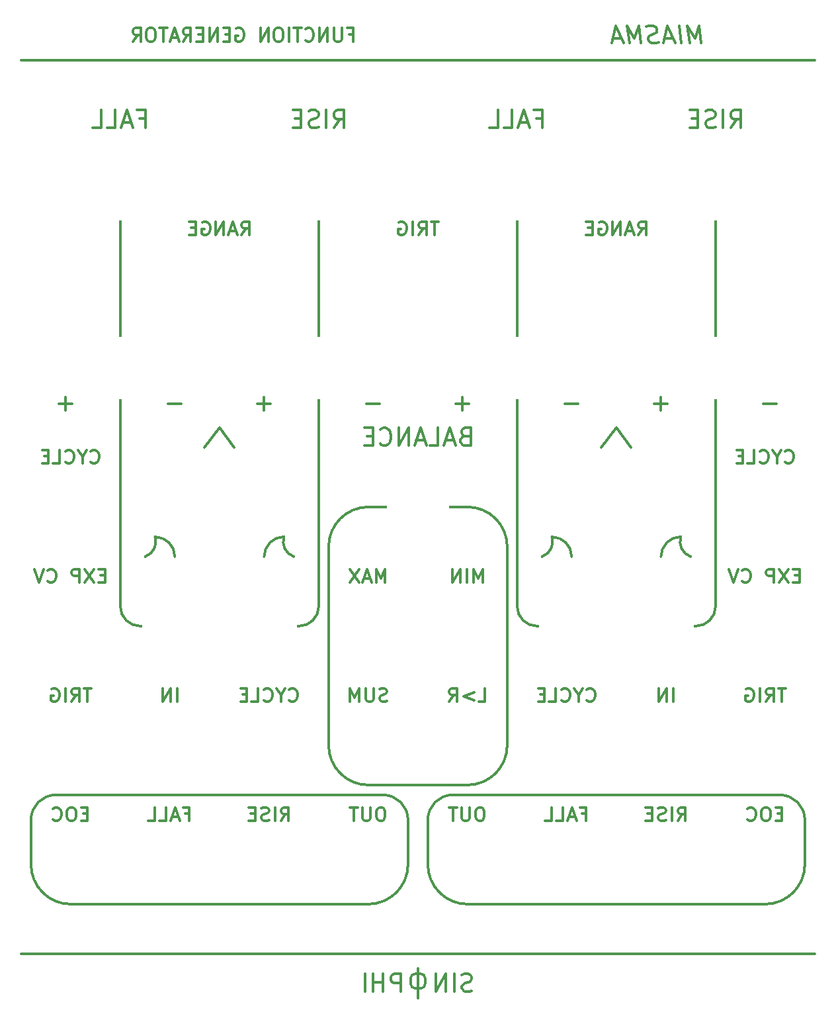
<source format=gbr>
G04 #@! TF.FileFunction,Legend,Bot*
%FSLAX46Y46*%
G04 Gerber Fmt 4.6, Leading zero omitted, Abs format (unit mm)*
G04 Created by KiCad (PCBNEW 4.0.1-stable) date 10/15/2018 9:36:44 PM*
%MOMM*%
G01*
G04 APERTURE LIST*
%ADD10C,0.100000*%
%ADD11C,0.300000*%
%ADD12C,4.175000*%
%ADD13C,7.350000*%
%ADD14C,8.012000*%
%ADD15C,4.210000*%
%ADD16C,7.096000*%
G04 APERTURE END LIST*
D10*
D11*
X106362500Y-198120000D02*
X106997500Y-198120000D01*
X107632500Y-199390000D02*
X107632500Y-198755000D01*
X105727500Y-199390000D02*
X105727500Y-198755000D01*
X106362500Y-200025000D02*
X106997500Y-200025000D01*
X106680000Y-197485000D02*
X106680000Y-201295000D01*
X106997500Y-200025000D02*
G75*
G03X107632500Y-199390000I0J635000D01*
G01*
X105727500Y-199390000D02*
G75*
G03X106362500Y-200025000I635000J0D01*
G01*
X106362500Y-198120000D02*
G75*
G03X105727500Y-198755000I0J-635000D01*
G01*
X107632500Y-198755000D02*
G75*
G03X106997500Y-198120000I-635000J0D01*
G01*
X57150000Y-184150000D02*
X57150000Y-178435000D01*
X105410000Y-184150000D02*
X105410000Y-178435000D01*
X60325000Y-175260000D02*
X102235000Y-175260000D01*
X60325000Y-175260000D02*
G75*
G03X57150000Y-178435000I0J-3175000D01*
G01*
X156210000Y-184150000D02*
X156210000Y-178435000D01*
X107950000Y-184150000D02*
X107950000Y-178435000D01*
X153035000Y-175260000D02*
X111125000Y-175260000D01*
X105410000Y-178435000D02*
G75*
G03X102235000Y-175260000I-3175000J0D01*
G01*
X111125000Y-175260000D02*
G75*
G03X107950000Y-178435000I0J-3175000D01*
G01*
X156210000Y-178435000D02*
G75*
G03X153035000Y-175260000I-3175000J0D01*
G01*
X113590715Y-200300714D02*
X113269286Y-200407857D01*
X112733572Y-200407857D01*
X112519286Y-200300714D01*
X112412143Y-200193571D01*
X112305000Y-199979286D01*
X112305000Y-199765000D01*
X112412143Y-199550714D01*
X112519286Y-199443571D01*
X112733572Y-199336429D01*
X113162143Y-199229286D01*
X113376429Y-199122143D01*
X113483572Y-199015000D01*
X113590715Y-198800714D01*
X113590715Y-198586429D01*
X113483572Y-198372143D01*
X113376429Y-198265000D01*
X113162143Y-198157857D01*
X112626429Y-198157857D01*
X112305000Y-198265000D01*
X111340715Y-200407857D02*
X111340715Y-198157857D01*
X110269286Y-200407857D02*
X110269286Y-198157857D01*
X108983571Y-200407857D01*
X108983571Y-198157857D01*
X104483571Y-200407857D02*
X104483571Y-198157857D01*
X103626428Y-198157857D01*
X103412142Y-198265000D01*
X103304999Y-198372143D01*
X103197856Y-198586429D01*
X103197856Y-198907857D01*
X103304999Y-199122143D01*
X103412142Y-199229286D01*
X103626428Y-199336429D01*
X104483571Y-199336429D01*
X102233571Y-200407857D02*
X102233571Y-198157857D01*
X102233571Y-199229286D02*
X100947856Y-199229286D01*
X100947856Y-200407857D02*
X100947856Y-198157857D01*
X99876428Y-200407857D02*
X99876428Y-198157857D01*
X55880000Y-81280000D02*
X157480000Y-81280000D01*
X55880000Y-195580000D02*
X157480000Y-195580000D01*
X138652143Y-125255714D02*
X136937857Y-125255714D01*
X137795000Y-126112857D02*
X137795000Y-124398571D01*
X113252143Y-125255714D02*
X111537857Y-125255714D01*
X112395000Y-126112857D02*
X112395000Y-124398571D01*
X62452143Y-125255714D02*
X60737857Y-125255714D01*
X61595000Y-126112857D02*
X61595000Y-124398571D01*
X76422143Y-125255714D02*
X74707857Y-125255714D01*
X152622143Y-125255714D02*
X150907857Y-125255714D01*
X127222143Y-125255714D02*
X125507857Y-125255714D01*
X87852143Y-125255714D02*
X86137857Y-125255714D01*
X86995000Y-126112857D02*
X86995000Y-124398571D01*
X101822143Y-125255714D02*
X100107857Y-125255714D01*
X122555000Y-144780000D02*
G75*
G03X123825000Y-142240000I-635000J1905000D01*
G01*
X126365000Y-144780000D02*
G75*
G03X123825000Y-142240000I-2540000J0D01*
G01*
X130175000Y-130810000D02*
X132080000Y-128270000D01*
X132080000Y-128270000D02*
X133985000Y-130810000D01*
X140335000Y-142240000D02*
G75*
G03X137795000Y-144780000I0J-2540000D01*
G01*
X140335000Y-142240000D02*
G75*
G03X141605000Y-144780000I1905000J-635000D01*
G01*
X89535000Y-142240000D02*
G75*
G03X90805000Y-144780000I1905000J-635000D01*
G01*
X89535000Y-142240000D02*
G75*
G03X86995000Y-144780000I0J-2540000D01*
G01*
X81280000Y-128270000D02*
X83185000Y-130810000D01*
X79375000Y-130810000D02*
X81280000Y-128270000D01*
X75565000Y-144780000D02*
G75*
G03X73025000Y-142240000I-2540000J0D01*
G01*
X71755000Y-144780000D02*
G75*
G03X73025000Y-142240000I-635000J1905000D01*
G01*
X142960893Y-79122857D02*
X142679643Y-76872857D01*
X142130536Y-78480000D01*
X141179643Y-76872857D01*
X141460893Y-79122857D01*
X140389464Y-79122857D02*
X140108214Y-76872857D01*
X139344821Y-78480000D02*
X138273392Y-78480000D01*
X139639463Y-79122857D02*
X138608213Y-76872857D01*
X138139463Y-79122857D01*
X137483214Y-79015714D02*
X137175178Y-79122857D01*
X136639464Y-79122857D01*
X136411785Y-79015714D01*
X136291249Y-78908571D01*
X136157321Y-78694286D01*
X136130535Y-78480000D01*
X136210892Y-78265714D01*
X136304642Y-78158571D01*
X136505536Y-78051429D01*
X136920714Y-77944286D01*
X137121607Y-77837143D01*
X137215357Y-77730000D01*
X137295714Y-77515714D01*
X137268929Y-77301429D01*
X137135000Y-77087143D01*
X137014464Y-76980000D01*
X136786785Y-76872857D01*
X136251071Y-76872857D01*
X135943035Y-76980000D01*
X135246607Y-79122857D02*
X134965357Y-76872857D01*
X134416250Y-78480000D01*
X133465357Y-76872857D01*
X133746607Y-79122857D01*
X132701964Y-78480000D02*
X131630535Y-78480000D01*
X132996606Y-79122857D02*
X131965356Y-76872857D01*
X131496606Y-79122857D01*
X97849996Y-77980000D02*
X98433329Y-77980000D01*
X98433329Y-78896667D02*
X98433329Y-77146667D01*
X97599996Y-77146667D01*
X96933329Y-77146667D02*
X96933329Y-78563333D01*
X96849996Y-78730000D01*
X96766663Y-78813333D01*
X96599996Y-78896667D01*
X96266663Y-78896667D01*
X96099996Y-78813333D01*
X96016663Y-78730000D01*
X95933329Y-78563333D01*
X95933329Y-77146667D01*
X95099996Y-78896667D02*
X95099996Y-77146667D01*
X94099996Y-78896667D01*
X94099996Y-77146667D01*
X92266663Y-78730000D02*
X92349997Y-78813333D01*
X92599997Y-78896667D01*
X92766663Y-78896667D01*
X93016663Y-78813333D01*
X93183330Y-78646667D01*
X93266663Y-78480000D01*
X93349997Y-78146667D01*
X93349997Y-77896667D01*
X93266663Y-77563333D01*
X93183330Y-77396667D01*
X93016663Y-77230000D01*
X92766663Y-77146667D01*
X92599997Y-77146667D01*
X92349997Y-77230000D01*
X92266663Y-77313333D01*
X91766663Y-77146667D02*
X90766663Y-77146667D01*
X91266663Y-78896667D02*
X91266663Y-77146667D01*
X90183330Y-78896667D02*
X90183330Y-77146667D01*
X89016664Y-77146667D02*
X88683331Y-77146667D01*
X88516664Y-77230000D01*
X88349997Y-77396667D01*
X88266664Y-77730000D01*
X88266664Y-78313333D01*
X88349997Y-78646667D01*
X88516664Y-78813333D01*
X88683331Y-78896667D01*
X89016664Y-78896667D01*
X89183331Y-78813333D01*
X89349997Y-78646667D01*
X89433331Y-78313333D01*
X89433331Y-77730000D01*
X89349997Y-77396667D01*
X89183331Y-77230000D01*
X89016664Y-77146667D01*
X87516664Y-78896667D02*
X87516664Y-77146667D01*
X86516664Y-78896667D01*
X86516664Y-77146667D01*
X83433332Y-77230000D02*
X83599998Y-77146667D01*
X83849998Y-77146667D01*
X84099998Y-77230000D01*
X84266665Y-77396667D01*
X84349998Y-77563333D01*
X84433332Y-77896667D01*
X84433332Y-78146667D01*
X84349998Y-78480000D01*
X84266665Y-78646667D01*
X84099998Y-78813333D01*
X83849998Y-78896667D01*
X83683332Y-78896667D01*
X83433332Y-78813333D01*
X83349998Y-78730000D01*
X83349998Y-78146667D01*
X83683332Y-78146667D01*
X82599998Y-77980000D02*
X82016665Y-77980000D01*
X81766665Y-78896667D02*
X82599998Y-78896667D01*
X82599998Y-77146667D01*
X81766665Y-77146667D01*
X81016665Y-78896667D02*
X81016665Y-77146667D01*
X80016665Y-78896667D01*
X80016665Y-77146667D01*
X79183332Y-77980000D02*
X78599999Y-77980000D01*
X78349999Y-78896667D02*
X79183332Y-78896667D01*
X79183332Y-77146667D01*
X78349999Y-77146667D01*
X76599999Y-78896667D02*
X77183333Y-78063333D01*
X77599999Y-78896667D02*
X77599999Y-77146667D01*
X76933333Y-77146667D01*
X76766666Y-77230000D01*
X76683333Y-77313333D01*
X76599999Y-77480000D01*
X76599999Y-77730000D01*
X76683333Y-77896667D01*
X76766666Y-77980000D01*
X76933333Y-78063333D01*
X77599999Y-78063333D01*
X75933333Y-78396667D02*
X75099999Y-78396667D01*
X76099999Y-78896667D02*
X75516666Y-77146667D01*
X74933333Y-78896667D01*
X74599999Y-77146667D02*
X73599999Y-77146667D01*
X74099999Y-78896667D02*
X74099999Y-77146667D01*
X72683333Y-77146667D02*
X72350000Y-77146667D01*
X72183333Y-77230000D01*
X72016666Y-77396667D01*
X71933333Y-77730000D01*
X71933333Y-78313333D01*
X72016666Y-78646667D01*
X72183333Y-78813333D01*
X72350000Y-78896667D01*
X72683333Y-78896667D01*
X72850000Y-78813333D01*
X73016666Y-78646667D01*
X73100000Y-78313333D01*
X73100000Y-77730000D01*
X73016666Y-77396667D01*
X72850000Y-77230000D01*
X72683333Y-77146667D01*
X70183333Y-78896667D02*
X70766667Y-78063333D01*
X71183333Y-78896667D02*
X71183333Y-77146667D01*
X70516667Y-77146667D01*
X70350000Y-77230000D01*
X70266667Y-77313333D01*
X70183333Y-77480000D01*
X70183333Y-77730000D01*
X70266667Y-77896667D01*
X70350000Y-77980000D01*
X70516667Y-78063333D01*
X71183333Y-78063333D01*
X112680000Y-129379286D02*
X112358571Y-129486429D01*
X112251428Y-129593571D01*
X112144285Y-129807857D01*
X112144285Y-130129286D01*
X112251428Y-130343571D01*
X112358571Y-130450714D01*
X112572857Y-130557857D01*
X113430000Y-130557857D01*
X113430000Y-128307857D01*
X112680000Y-128307857D01*
X112465714Y-128415000D01*
X112358571Y-128522143D01*
X112251428Y-128736429D01*
X112251428Y-128950714D01*
X112358571Y-129165000D01*
X112465714Y-129272143D01*
X112680000Y-129379286D01*
X113430000Y-129379286D01*
X111287143Y-129915000D02*
X110215714Y-129915000D01*
X111501428Y-130557857D02*
X110751428Y-128307857D01*
X110001428Y-130557857D01*
X108180000Y-130557857D02*
X109251429Y-130557857D01*
X109251429Y-128307857D01*
X107537143Y-129915000D02*
X106465714Y-129915000D01*
X107751428Y-130557857D02*
X107001428Y-128307857D01*
X106251428Y-130557857D01*
X105501429Y-130557857D02*
X105501429Y-128307857D01*
X104215714Y-130557857D01*
X104215714Y-128307857D01*
X101858571Y-130343571D02*
X101965714Y-130450714D01*
X102287143Y-130557857D01*
X102501429Y-130557857D01*
X102822857Y-130450714D01*
X103037143Y-130236429D01*
X103144286Y-130022143D01*
X103251429Y-129593571D01*
X103251429Y-129272143D01*
X103144286Y-128843571D01*
X103037143Y-128629286D01*
X102822857Y-128415000D01*
X102501429Y-128307857D01*
X102287143Y-128307857D01*
X101965714Y-128415000D01*
X101858571Y-128522143D01*
X100894286Y-129379286D02*
X100144286Y-129379286D01*
X99822857Y-130557857D02*
X100894286Y-130557857D01*
X100894286Y-128307857D01*
X99822857Y-128307857D01*
X146708571Y-89917857D02*
X147458571Y-88846429D01*
X147994286Y-89917857D02*
X147994286Y-87667857D01*
X147137143Y-87667857D01*
X146922857Y-87775000D01*
X146815714Y-87882143D01*
X146708571Y-88096429D01*
X146708571Y-88417857D01*
X146815714Y-88632143D01*
X146922857Y-88739286D01*
X147137143Y-88846429D01*
X147994286Y-88846429D01*
X145744286Y-89917857D02*
X145744286Y-87667857D01*
X144780000Y-89810714D02*
X144458571Y-89917857D01*
X143922857Y-89917857D01*
X143708571Y-89810714D01*
X143601428Y-89703571D01*
X143494285Y-89489286D01*
X143494285Y-89275000D01*
X143601428Y-89060714D01*
X143708571Y-88953571D01*
X143922857Y-88846429D01*
X144351428Y-88739286D01*
X144565714Y-88632143D01*
X144672857Y-88525000D01*
X144780000Y-88310714D01*
X144780000Y-88096429D01*
X144672857Y-87882143D01*
X144565714Y-87775000D01*
X144351428Y-87667857D01*
X143815714Y-87667857D01*
X143494285Y-87775000D01*
X142530000Y-88739286D02*
X141780000Y-88739286D01*
X141458571Y-89917857D02*
X142530000Y-89917857D01*
X142530000Y-87667857D01*
X141458571Y-87667857D01*
X121844286Y-88739286D02*
X122594286Y-88739286D01*
X122594286Y-89917857D02*
X122594286Y-87667857D01*
X121522857Y-87667857D01*
X120772858Y-89275000D02*
X119701429Y-89275000D01*
X120987143Y-89917857D02*
X120237143Y-87667857D01*
X119487143Y-89917857D01*
X117665715Y-89917857D02*
X118737144Y-89917857D01*
X118737144Y-87667857D01*
X115844286Y-89917857D02*
X116915715Y-89917857D01*
X116915715Y-87667857D01*
X71044286Y-88739286D02*
X71794286Y-88739286D01*
X71794286Y-89917857D02*
X71794286Y-87667857D01*
X70722857Y-87667857D01*
X69972858Y-89275000D02*
X68901429Y-89275000D01*
X70187143Y-89917857D02*
X69437143Y-87667857D01*
X68687143Y-89917857D01*
X66865715Y-89917857D02*
X67937144Y-89917857D01*
X67937144Y-87667857D01*
X65044286Y-89917857D02*
X66115715Y-89917857D01*
X66115715Y-87667857D01*
X95908571Y-89917857D02*
X96658571Y-88846429D01*
X97194286Y-89917857D02*
X97194286Y-87667857D01*
X96337143Y-87667857D01*
X96122857Y-87775000D01*
X96015714Y-87882143D01*
X95908571Y-88096429D01*
X95908571Y-88417857D01*
X96015714Y-88632143D01*
X96122857Y-88739286D01*
X96337143Y-88846429D01*
X97194286Y-88846429D01*
X94944286Y-89917857D02*
X94944286Y-87667857D01*
X93980000Y-89810714D02*
X93658571Y-89917857D01*
X93122857Y-89917857D01*
X92908571Y-89810714D01*
X92801428Y-89703571D01*
X92694285Y-89489286D01*
X92694285Y-89275000D01*
X92801428Y-89060714D01*
X92908571Y-88953571D01*
X93122857Y-88846429D01*
X93551428Y-88739286D01*
X93765714Y-88632143D01*
X93872857Y-88525000D01*
X93980000Y-88310714D01*
X93980000Y-88096429D01*
X93872857Y-87882143D01*
X93765714Y-87775000D01*
X93551428Y-87667857D01*
X93015714Y-87667857D01*
X92694285Y-87775000D01*
X91730000Y-88739286D02*
X90980000Y-88739286D01*
X90658571Y-89917857D02*
X91730000Y-89917857D01*
X91730000Y-87667857D01*
X90658571Y-87667857D01*
X95250000Y-168910000D02*
X95250000Y-143510000D01*
X118110000Y-143510000D02*
X118110000Y-168910000D01*
X102870000Y-138430000D02*
X100330000Y-138430000D01*
X110490000Y-138430000D02*
X113030000Y-138430000D01*
X118110000Y-143510000D02*
G75*
G03X113030000Y-138430000I-5080000J0D01*
G01*
X100330000Y-138430000D02*
G75*
G03X95250000Y-143510000I0J-5080000D01*
G01*
X134871666Y-103661667D02*
X135455000Y-102828333D01*
X135871666Y-103661667D02*
X135871666Y-101911667D01*
X135205000Y-101911667D01*
X135038333Y-101995000D01*
X134955000Y-102078333D01*
X134871666Y-102245000D01*
X134871666Y-102495000D01*
X134955000Y-102661667D01*
X135038333Y-102745000D01*
X135205000Y-102828333D01*
X135871666Y-102828333D01*
X134205000Y-103161667D02*
X133371666Y-103161667D01*
X134371666Y-103661667D02*
X133788333Y-101911667D01*
X133205000Y-103661667D01*
X132621666Y-103661667D02*
X132621666Y-101911667D01*
X131621666Y-103661667D01*
X131621666Y-101911667D01*
X129871667Y-101995000D02*
X130038333Y-101911667D01*
X130288333Y-101911667D01*
X130538333Y-101995000D01*
X130705000Y-102161667D01*
X130788333Y-102328333D01*
X130871667Y-102661667D01*
X130871667Y-102911667D01*
X130788333Y-103245000D01*
X130705000Y-103411667D01*
X130538333Y-103578333D01*
X130288333Y-103661667D01*
X130121667Y-103661667D01*
X129871667Y-103578333D01*
X129788333Y-103495000D01*
X129788333Y-102911667D01*
X130121667Y-102911667D01*
X129038333Y-102745000D02*
X128455000Y-102745000D01*
X128205000Y-103661667D02*
X129038333Y-103661667D01*
X129038333Y-101911667D01*
X128205000Y-101911667D01*
X84071666Y-103661667D02*
X84655000Y-102828333D01*
X85071666Y-103661667D02*
X85071666Y-101911667D01*
X84405000Y-101911667D01*
X84238333Y-101995000D01*
X84155000Y-102078333D01*
X84071666Y-102245000D01*
X84071666Y-102495000D01*
X84155000Y-102661667D01*
X84238333Y-102745000D01*
X84405000Y-102828333D01*
X85071666Y-102828333D01*
X83405000Y-103161667D02*
X82571666Y-103161667D01*
X83571666Y-103661667D02*
X82988333Y-101911667D01*
X82405000Y-103661667D01*
X81821666Y-103661667D02*
X81821666Y-101911667D01*
X80821666Y-103661667D01*
X80821666Y-101911667D01*
X79071667Y-101995000D02*
X79238333Y-101911667D01*
X79488333Y-101911667D01*
X79738333Y-101995000D01*
X79905000Y-102161667D01*
X79988333Y-102328333D01*
X80071667Y-102661667D01*
X80071667Y-102911667D01*
X79988333Y-103245000D01*
X79905000Y-103411667D01*
X79738333Y-103578333D01*
X79488333Y-103661667D01*
X79321667Y-103661667D01*
X79071667Y-103578333D01*
X78988333Y-103495000D01*
X78988333Y-102911667D01*
X79321667Y-102911667D01*
X78238333Y-102745000D02*
X77655000Y-102745000D01*
X77405000Y-103661667D02*
X78238333Y-103661667D01*
X78238333Y-101911667D01*
X77405000Y-101911667D01*
X109346666Y-101911667D02*
X108346666Y-101911667D01*
X108846666Y-103661667D02*
X108846666Y-101911667D01*
X106763333Y-103661667D02*
X107346667Y-102828333D01*
X107763333Y-103661667D02*
X107763333Y-101911667D01*
X107096667Y-101911667D01*
X106930000Y-101995000D01*
X106846667Y-102078333D01*
X106763333Y-102245000D01*
X106763333Y-102495000D01*
X106846667Y-102661667D01*
X106930000Y-102745000D01*
X107096667Y-102828333D01*
X107763333Y-102828333D01*
X106013333Y-103661667D02*
X106013333Y-101911667D01*
X104263334Y-101995000D02*
X104430000Y-101911667D01*
X104680000Y-101911667D01*
X104930000Y-101995000D01*
X105096667Y-102161667D01*
X105180000Y-102328333D01*
X105263334Y-102661667D01*
X105263334Y-102911667D01*
X105180000Y-103245000D01*
X105096667Y-103411667D01*
X104930000Y-103578333D01*
X104680000Y-103661667D01*
X104513334Y-103661667D01*
X104263334Y-103578333D01*
X104180000Y-103495000D01*
X104180000Y-102911667D01*
X104513334Y-102911667D01*
X153713333Y-132705000D02*
X153796667Y-132788333D01*
X154046667Y-132871667D01*
X154213333Y-132871667D01*
X154463333Y-132788333D01*
X154630000Y-132621667D01*
X154713333Y-132455000D01*
X154796667Y-132121667D01*
X154796667Y-131871667D01*
X154713333Y-131538333D01*
X154630000Y-131371667D01*
X154463333Y-131205000D01*
X154213333Y-131121667D01*
X154046667Y-131121667D01*
X153796667Y-131205000D01*
X153713333Y-131288333D01*
X152630000Y-132038333D02*
X152630000Y-132871667D01*
X153213333Y-131121667D02*
X152630000Y-132038333D01*
X152046667Y-131121667D01*
X150463333Y-132705000D02*
X150546667Y-132788333D01*
X150796667Y-132871667D01*
X150963333Y-132871667D01*
X151213333Y-132788333D01*
X151380000Y-132621667D01*
X151463333Y-132455000D01*
X151546667Y-132121667D01*
X151546667Y-131871667D01*
X151463333Y-131538333D01*
X151380000Y-131371667D01*
X151213333Y-131205000D01*
X150963333Y-131121667D01*
X150796667Y-131121667D01*
X150546667Y-131205000D01*
X150463333Y-131288333D01*
X148880000Y-132871667D02*
X149713333Y-132871667D01*
X149713333Y-131121667D01*
X148296666Y-131955000D02*
X147713333Y-131955000D01*
X147463333Y-132871667D02*
X148296666Y-132871667D01*
X148296666Y-131121667D01*
X147463333Y-131121667D01*
X64813333Y-132705000D02*
X64896667Y-132788333D01*
X65146667Y-132871667D01*
X65313333Y-132871667D01*
X65563333Y-132788333D01*
X65730000Y-132621667D01*
X65813333Y-132455000D01*
X65896667Y-132121667D01*
X65896667Y-131871667D01*
X65813333Y-131538333D01*
X65730000Y-131371667D01*
X65563333Y-131205000D01*
X65313333Y-131121667D01*
X65146667Y-131121667D01*
X64896667Y-131205000D01*
X64813333Y-131288333D01*
X63730000Y-132038333D02*
X63730000Y-132871667D01*
X64313333Y-131121667D02*
X63730000Y-132038333D01*
X63146667Y-131121667D01*
X61563333Y-132705000D02*
X61646667Y-132788333D01*
X61896667Y-132871667D01*
X62063333Y-132871667D01*
X62313333Y-132788333D01*
X62480000Y-132621667D01*
X62563333Y-132455000D01*
X62646667Y-132121667D01*
X62646667Y-131871667D01*
X62563333Y-131538333D01*
X62480000Y-131371667D01*
X62313333Y-131205000D01*
X62063333Y-131121667D01*
X61896667Y-131121667D01*
X61646667Y-131205000D01*
X61563333Y-131288333D01*
X59980000Y-132871667D02*
X60813333Y-132871667D01*
X60813333Y-131121667D01*
X59396666Y-131955000D02*
X58813333Y-131955000D01*
X58563333Y-132871667D02*
X59396666Y-132871667D01*
X59396666Y-131121667D01*
X58563333Y-131121667D01*
X155504999Y-147195000D02*
X154921666Y-147195000D01*
X154671666Y-148111667D02*
X155504999Y-148111667D01*
X155504999Y-146361667D01*
X154671666Y-146361667D01*
X154088333Y-146361667D02*
X152921666Y-148111667D01*
X152921666Y-146361667D02*
X154088333Y-148111667D01*
X152254999Y-148111667D02*
X152254999Y-146361667D01*
X151588333Y-146361667D01*
X151421666Y-146445000D01*
X151338333Y-146528333D01*
X151254999Y-146695000D01*
X151254999Y-146945000D01*
X151338333Y-147111667D01*
X151421666Y-147195000D01*
X151588333Y-147278333D01*
X152254999Y-147278333D01*
X148171666Y-147945000D02*
X148255000Y-148028333D01*
X148505000Y-148111667D01*
X148671666Y-148111667D01*
X148921666Y-148028333D01*
X149088333Y-147861667D01*
X149171666Y-147695000D01*
X149255000Y-147361667D01*
X149255000Y-147111667D01*
X149171666Y-146778333D01*
X149088333Y-146611667D01*
X148921666Y-146445000D01*
X148671666Y-146361667D01*
X148505000Y-146361667D01*
X148255000Y-146445000D01*
X148171666Y-146528333D01*
X147671666Y-146361667D02*
X147088333Y-148111667D01*
X146505000Y-146361667D01*
X66604999Y-147195000D02*
X66021666Y-147195000D01*
X65771666Y-148111667D02*
X66604999Y-148111667D01*
X66604999Y-146361667D01*
X65771666Y-146361667D01*
X65188333Y-146361667D02*
X64021666Y-148111667D01*
X64021666Y-146361667D02*
X65188333Y-148111667D01*
X63354999Y-148111667D02*
X63354999Y-146361667D01*
X62688333Y-146361667D01*
X62521666Y-146445000D01*
X62438333Y-146528333D01*
X62354999Y-146695000D01*
X62354999Y-146945000D01*
X62438333Y-147111667D01*
X62521666Y-147195000D01*
X62688333Y-147278333D01*
X63354999Y-147278333D01*
X59271666Y-147945000D02*
X59355000Y-148028333D01*
X59605000Y-148111667D01*
X59771666Y-148111667D01*
X60021666Y-148028333D01*
X60188333Y-147861667D01*
X60271666Y-147695000D01*
X60355000Y-147361667D01*
X60355000Y-147111667D01*
X60271666Y-146778333D01*
X60188333Y-146611667D01*
X60021666Y-146445000D01*
X59771666Y-146361667D01*
X59605000Y-146361667D01*
X59355000Y-146445000D01*
X59271666Y-146528333D01*
X58771666Y-146361667D02*
X58188333Y-148111667D01*
X57605000Y-146361667D01*
X153796666Y-161601667D02*
X152796666Y-161601667D01*
X153296666Y-163351667D02*
X153296666Y-161601667D01*
X151213333Y-163351667D02*
X151796667Y-162518333D01*
X152213333Y-163351667D02*
X152213333Y-161601667D01*
X151546667Y-161601667D01*
X151380000Y-161685000D01*
X151296667Y-161768333D01*
X151213333Y-161935000D01*
X151213333Y-162185000D01*
X151296667Y-162351667D01*
X151380000Y-162435000D01*
X151546667Y-162518333D01*
X152213333Y-162518333D01*
X150463333Y-163351667D02*
X150463333Y-161601667D01*
X148713334Y-161685000D02*
X148880000Y-161601667D01*
X149130000Y-161601667D01*
X149380000Y-161685000D01*
X149546667Y-161851667D01*
X149630000Y-162018333D01*
X149713334Y-162351667D01*
X149713334Y-162601667D01*
X149630000Y-162935000D01*
X149546667Y-163101667D01*
X149380000Y-163268333D01*
X149130000Y-163351667D01*
X148963334Y-163351667D01*
X148713334Y-163268333D01*
X148630000Y-163185000D01*
X148630000Y-162601667D01*
X148963334Y-162601667D01*
X139346666Y-163351667D02*
X139346666Y-161601667D01*
X138513333Y-163351667D02*
X138513333Y-161601667D01*
X137513333Y-163351667D01*
X137513333Y-161601667D01*
X128313333Y-163185000D02*
X128396667Y-163268333D01*
X128646667Y-163351667D01*
X128813333Y-163351667D01*
X129063333Y-163268333D01*
X129230000Y-163101667D01*
X129313333Y-162935000D01*
X129396667Y-162601667D01*
X129396667Y-162351667D01*
X129313333Y-162018333D01*
X129230000Y-161851667D01*
X129063333Y-161685000D01*
X128813333Y-161601667D01*
X128646667Y-161601667D01*
X128396667Y-161685000D01*
X128313333Y-161768333D01*
X127230000Y-162518333D02*
X127230000Y-163351667D01*
X127813333Y-161601667D02*
X127230000Y-162518333D01*
X126646667Y-161601667D01*
X125063333Y-163185000D02*
X125146667Y-163268333D01*
X125396667Y-163351667D01*
X125563333Y-163351667D01*
X125813333Y-163268333D01*
X125980000Y-163101667D01*
X126063333Y-162935000D01*
X126146667Y-162601667D01*
X126146667Y-162351667D01*
X126063333Y-162018333D01*
X125980000Y-161851667D01*
X125813333Y-161685000D01*
X125563333Y-161601667D01*
X125396667Y-161601667D01*
X125146667Y-161685000D01*
X125063333Y-161768333D01*
X123480000Y-163351667D02*
X124313333Y-163351667D01*
X124313333Y-161601667D01*
X122896666Y-162435000D02*
X122313333Y-162435000D01*
X122063333Y-163351667D02*
X122896666Y-163351667D01*
X122896666Y-161601667D01*
X122063333Y-161601667D01*
X64896666Y-161601667D02*
X63896666Y-161601667D01*
X64396666Y-163351667D02*
X64396666Y-161601667D01*
X62313333Y-163351667D02*
X62896667Y-162518333D01*
X63313333Y-163351667D02*
X63313333Y-161601667D01*
X62646667Y-161601667D01*
X62480000Y-161685000D01*
X62396667Y-161768333D01*
X62313333Y-161935000D01*
X62313333Y-162185000D01*
X62396667Y-162351667D01*
X62480000Y-162435000D01*
X62646667Y-162518333D01*
X63313333Y-162518333D01*
X61563333Y-163351667D02*
X61563333Y-161601667D01*
X59813334Y-161685000D02*
X59980000Y-161601667D01*
X60230000Y-161601667D01*
X60480000Y-161685000D01*
X60646667Y-161851667D01*
X60730000Y-162018333D01*
X60813334Y-162351667D01*
X60813334Y-162601667D01*
X60730000Y-162935000D01*
X60646667Y-163101667D01*
X60480000Y-163268333D01*
X60230000Y-163351667D01*
X60063334Y-163351667D01*
X59813334Y-163268333D01*
X59730000Y-163185000D01*
X59730000Y-162601667D01*
X60063334Y-162601667D01*
X75846666Y-163351667D02*
X75846666Y-161601667D01*
X75013333Y-163351667D02*
X75013333Y-161601667D01*
X74013333Y-163351667D01*
X74013333Y-161601667D01*
X90213333Y-163185000D02*
X90296667Y-163268333D01*
X90546667Y-163351667D01*
X90713333Y-163351667D01*
X90963333Y-163268333D01*
X91130000Y-163101667D01*
X91213333Y-162935000D01*
X91296667Y-162601667D01*
X91296667Y-162351667D01*
X91213333Y-162018333D01*
X91130000Y-161851667D01*
X90963333Y-161685000D01*
X90713333Y-161601667D01*
X90546667Y-161601667D01*
X90296667Y-161685000D01*
X90213333Y-161768333D01*
X89130000Y-162518333D02*
X89130000Y-163351667D01*
X89713333Y-161601667D02*
X89130000Y-162518333D01*
X88546667Y-161601667D01*
X86963333Y-163185000D02*
X87046667Y-163268333D01*
X87296667Y-163351667D01*
X87463333Y-163351667D01*
X87713333Y-163268333D01*
X87880000Y-163101667D01*
X87963333Y-162935000D01*
X88046667Y-162601667D01*
X88046667Y-162351667D01*
X87963333Y-162018333D01*
X87880000Y-161851667D01*
X87713333Y-161685000D01*
X87463333Y-161601667D01*
X87296667Y-161601667D01*
X87046667Y-161685000D01*
X86963333Y-161768333D01*
X85380000Y-163351667D02*
X86213333Y-163351667D01*
X86213333Y-161601667D01*
X84796666Y-162435000D02*
X84213333Y-162435000D01*
X83963333Y-163351667D02*
X84796666Y-163351667D01*
X84796666Y-161601667D01*
X83963333Y-161601667D01*
X114446667Y-163351667D02*
X115280000Y-163351667D01*
X115280000Y-161601667D01*
X113863333Y-162185000D02*
X112530000Y-162685000D01*
X113863333Y-163185000D01*
X110696666Y-163351667D02*
X111280000Y-162518333D01*
X111696666Y-163351667D02*
X111696666Y-161601667D01*
X111030000Y-161601667D01*
X110863333Y-161685000D01*
X110780000Y-161768333D01*
X110696666Y-161935000D01*
X110696666Y-162185000D01*
X110780000Y-162351667D01*
X110863333Y-162435000D01*
X111030000Y-162518333D01*
X111696666Y-162518333D01*
X102746667Y-163268333D02*
X102496667Y-163351667D01*
X102080000Y-163351667D01*
X101913333Y-163268333D01*
X101830000Y-163185000D01*
X101746667Y-163018333D01*
X101746667Y-162851667D01*
X101830000Y-162685000D01*
X101913333Y-162601667D01*
X102080000Y-162518333D01*
X102413333Y-162435000D01*
X102580000Y-162351667D01*
X102663333Y-162268333D01*
X102746667Y-162101667D01*
X102746667Y-161935000D01*
X102663333Y-161768333D01*
X102580000Y-161685000D01*
X102413333Y-161601667D01*
X101996667Y-161601667D01*
X101746667Y-161685000D01*
X100996666Y-161601667D02*
X100996666Y-163018333D01*
X100913333Y-163185000D01*
X100830000Y-163268333D01*
X100663333Y-163351667D01*
X100330000Y-163351667D01*
X100163333Y-163268333D01*
X100080000Y-163185000D01*
X99996666Y-163018333D01*
X99996666Y-161601667D01*
X99163333Y-163351667D02*
X99163333Y-161601667D01*
X98580000Y-162851667D01*
X97996667Y-161601667D01*
X97996667Y-163351667D01*
X114946666Y-148111667D02*
X114946666Y-146361667D01*
X114363333Y-147611667D01*
X113780000Y-146361667D01*
X113780000Y-148111667D01*
X112946666Y-148111667D02*
X112946666Y-146361667D01*
X112113333Y-148111667D02*
X112113333Y-146361667D01*
X111113333Y-148111667D01*
X111113333Y-146361667D01*
X102496666Y-148111667D02*
X102496666Y-146361667D01*
X101913333Y-147611667D01*
X101330000Y-146361667D01*
X101330000Y-148111667D01*
X100580000Y-147611667D02*
X99746666Y-147611667D01*
X100746666Y-148111667D02*
X100163333Y-146361667D01*
X99580000Y-148111667D01*
X99163333Y-146361667D02*
X97996666Y-148111667D01*
X97996666Y-146361667D02*
X99163333Y-148111667D01*
X100330000Y-189230000D02*
X62230000Y-189230000D01*
X151130000Y-189230000D02*
X113030000Y-189230000D01*
X107950000Y-184150000D02*
G75*
G03X113030000Y-189230000I5080000J0D01*
G01*
X100330000Y-189230000D02*
G75*
G03X105410000Y-184150000I0J5080000D01*
G01*
X151130000Y-189230000D02*
G75*
G03X156210000Y-184150000I0J5080000D01*
G01*
X57150000Y-184150000D02*
G75*
G03X62230000Y-189230000I5080000J0D01*
G01*
X64396666Y-177675000D02*
X63813333Y-177675000D01*
X63563333Y-178591667D02*
X64396666Y-178591667D01*
X64396666Y-176841667D01*
X63563333Y-176841667D01*
X62480000Y-176841667D02*
X62146667Y-176841667D01*
X61980000Y-176925000D01*
X61813333Y-177091667D01*
X61730000Y-177425000D01*
X61730000Y-178008333D01*
X61813333Y-178341667D01*
X61980000Y-178508333D01*
X62146667Y-178591667D01*
X62480000Y-178591667D01*
X62646667Y-178508333D01*
X62813333Y-178341667D01*
X62896667Y-178008333D01*
X62896667Y-177425000D01*
X62813333Y-177091667D01*
X62646667Y-176925000D01*
X62480000Y-176841667D01*
X59980000Y-178425000D02*
X60063334Y-178508333D01*
X60313334Y-178591667D01*
X60480000Y-178591667D01*
X60730000Y-178508333D01*
X60896667Y-178341667D01*
X60980000Y-178175000D01*
X61063334Y-177841667D01*
X61063334Y-177591667D01*
X60980000Y-177258333D01*
X60896667Y-177091667D01*
X60730000Y-176925000D01*
X60480000Y-176841667D01*
X60313334Y-176841667D01*
X60063334Y-176925000D01*
X59980000Y-177008333D01*
X153296666Y-177675000D02*
X152713333Y-177675000D01*
X152463333Y-178591667D02*
X153296666Y-178591667D01*
X153296666Y-176841667D01*
X152463333Y-176841667D01*
X151380000Y-176841667D02*
X151046667Y-176841667D01*
X150880000Y-176925000D01*
X150713333Y-177091667D01*
X150630000Y-177425000D01*
X150630000Y-178008333D01*
X150713333Y-178341667D01*
X150880000Y-178508333D01*
X151046667Y-178591667D01*
X151380000Y-178591667D01*
X151546667Y-178508333D01*
X151713333Y-178341667D01*
X151796667Y-178008333D01*
X151796667Y-177425000D01*
X151713333Y-177091667D01*
X151546667Y-176925000D01*
X151380000Y-176841667D01*
X148880000Y-178425000D02*
X148963334Y-178508333D01*
X149213334Y-178591667D01*
X149380000Y-178591667D01*
X149630000Y-178508333D01*
X149796667Y-178341667D01*
X149880000Y-178175000D01*
X149963334Y-177841667D01*
X149963334Y-177591667D01*
X149880000Y-177258333D01*
X149796667Y-177091667D01*
X149630000Y-176925000D01*
X149380000Y-176841667D01*
X149213334Y-176841667D01*
X148963334Y-176925000D01*
X148880000Y-177008333D01*
X127646667Y-177675000D02*
X128230000Y-177675000D01*
X128230000Y-178591667D02*
X128230000Y-176841667D01*
X127396667Y-176841667D01*
X126813334Y-178091667D02*
X125980000Y-178091667D01*
X126980000Y-178591667D02*
X126396667Y-176841667D01*
X125813334Y-178591667D01*
X124396667Y-178591667D02*
X125230000Y-178591667D01*
X125230000Y-176841667D01*
X122980000Y-178591667D02*
X123813333Y-178591667D01*
X123813333Y-176841667D01*
X89129999Y-178591667D02*
X89713333Y-177758333D01*
X90129999Y-178591667D02*
X90129999Y-176841667D01*
X89463333Y-176841667D01*
X89296666Y-176925000D01*
X89213333Y-177008333D01*
X89129999Y-177175000D01*
X89129999Y-177425000D01*
X89213333Y-177591667D01*
X89296666Y-177675000D01*
X89463333Y-177758333D01*
X90129999Y-177758333D01*
X88379999Y-178591667D02*
X88379999Y-176841667D01*
X87630000Y-178508333D02*
X87380000Y-178591667D01*
X86963333Y-178591667D01*
X86796666Y-178508333D01*
X86713333Y-178425000D01*
X86630000Y-178258333D01*
X86630000Y-178091667D01*
X86713333Y-177925000D01*
X86796666Y-177841667D01*
X86963333Y-177758333D01*
X87296666Y-177675000D01*
X87463333Y-177591667D01*
X87546666Y-177508333D01*
X87630000Y-177341667D01*
X87630000Y-177175000D01*
X87546666Y-177008333D01*
X87463333Y-176925000D01*
X87296666Y-176841667D01*
X86880000Y-176841667D01*
X86630000Y-176925000D01*
X85879999Y-177675000D02*
X85296666Y-177675000D01*
X85046666Y-178591667D02*
X85879999Y-178591667D01*
X85879999Y-176841667D01*
X85046666Y-176841667D01*
X139929999Y-178591667D02*
X140513333Y-177758333D01*
X140929999Y-178591667D02*
X140929999Y-176841667D01*
X140263333Y-176841667D01*
X140096666Y-176925000D01*
X140013333Y-177008333D01*
X139929999Y-177175000D01*
X139929999Y-177425000D01*
X140013333Y-177591667D01*
X140096666Y-177675000D01*
X140263333Y-177758333D01*
X140929999Y-177758333D01*
X139179999Y-178591667D02*
X139179999Y-176841667D01*
X138430000Y-178508333D02*
X138180000Y-178591667D01*
X137763333Y-178591667D01*
X137596666Y-178508333D01*
X137513333Y-178425000D01*
X137430000Y-178258333D01*
X137430000Y-178091667D01*
X137513333Y-177925000D01*
X137596666Y-177841667D01*
X137763333Y-177758333D01*
X138096666Y-177675000D01*
X138263333Y-177591667D01*
X138346666Y-177508333D01*
X138430000Y-177341667D01*
X138430000Y-177175000D01*
X138346666Y-177008333D01*
X138263333Y-176925000D01*
X138096666Y-176841667D01*
X137680000Y-176841667D01*
X137430000Y-176925000D01*
X136679999Y-177675000D02*
X136096666Y-177675000D01*
X135846666Y-178591667D02*
X136679999Y-178591667D01*
X136679999Y-176841667D01*
X135846666Y-176841667D01*
X76846667Y-177675000D02*
X77430000Y-177675000D01*
X77430000Y-178591667D02*
X77430000Y-176841667D01*
X76596667Y-176841667D01*
X76013334Y-178091667D02*
X75180000Y-178091667D01*
X76180000Y-178591667D02*
X75596667Y-176841667D01*
X75013334Y-178591667D01*
X73596667Y-178591667D02*
X74430000Y-178591667D01*
X74430000Y-176841667D01*
X72180000Y-178591667D02*
X73013333Y-178591667D01*
X73013333Y-176841667D01*
X102079999Y-176841667D02*
X101746666Y-176841667D01*
X101579999Y-176925000D01*
X101413332Y-177091667D01*
X101329999Y-177425000D01*
X101329999Y-178008333D01*
X101413332Y-178341667D01*
X101579999Y-178508333D01*
X101746666Y-178591667D01*
X102079999Y-178591667D01*
X102246666Y-178508333D01*
X102413332Y-178341667D01*
X102496666Y-178008333D01*
X102496666Y-177425000D01*
X102413332Y-177091667D01*
X102246666Y-176925000D01*
X102079999Y-176841667D01*
X100579999Y-176841667D02*
X100579999Y-178258333D01*
X100496666Y-178425000D01*
X100413333Y-178508333D01*
X100246666Y-178591667D01*
X99913333Y-178591667D01*
X99746666Y-178508333D01*
X99663333Y-178425000D01*
X99579999Y-178258333D01*
X99579999Y-176841667D01*
X98996666Y-176841667D02*
X97996666Y-176841667D01*
X98496666Y-178591667D02*
X98496666Y-176841667D01*
X114779999Y-176841667D02*
X114446666Y-176841667D01*
X114279999Y-176925000D01*
X114113332Y-177091667D01*
X114029999Y-177425000D01*
X114029999Y-178008333D01*
X114113332Y-178341667D01*
X114279999Y-178508333D01*
X114446666Y-178591667D01*
X114779999Y-178591667D01*
X114946666Y-178508333D01*
X115113332Y-178341667D01*
X115196666Y-178008333D01*
X115196666Y-177425000D01*
X115113332Y-177091667D01*
X114946666Y-176925000D01*
X114779999Y-176841667D01*
X113279999Y-176841667D02*
X113279999Y-178258333D01*
X113196666Y-178425000D01*
X113113333Y-178508333D01*
X112946666Y-178591667D01*
X112613333Y-178591667D01*
X112446666Y-178508333D01*
X112363333Y-178425000D01*
X112279999Y-178258333D01*
X112279999Y-176841667D01*
X111696666Y-176841667D02*
X110696666Y-176841667D01*
X111196666Y-178591667D02*
X111196666Y-176841667D01*
X100330000Y-173990000D02*
X113030000Y-173990000D01*
X113030000Y-173990000D02*
G75*
G03X118110000Y-168910000I0J5080000D01*
G01*
X95250000Y-168910000D02*
G75*
G03X100330000Y-173990000I5080000J0D01*
G01*
X68580000Y-151130000D02*
G75*
G03X71120000Y-153670000I2540000J0D01*
G01*
X91440000Y-153670000D02*
G75*
G03X93980000Y-151130000I0J2540000D01*
G01*
X93980000Y-124460000D02*
X93980000Y-151130000D01*
X90805000Y-153670000D02*
X91440000Y-153670000D01*
X71755000Y-153670000D02*
X71120000Y-153670000D01*
X68580000Y-124460000D02*
X68580000Y-151130000D01*
X68580000Y-116840000D02*
X68580000Y-101600000D01*
X93980000Y-116840000D02*
X93980000Y-101600000D01*
X144780000Y-116840000D02*
X144780000Y-101600000D01*
X119380000Y-116840000D02*
X119380000Y-101600000D01*
X142240000Y-153670000D02*
G75*
G03X144780000Y-151130000I0J2540000D01*
G01*
X144780000Y-124460000D02*
X144780000Y-151130000D01*
X141605000Y-153670000D02*
X142240000Y-153670000D01*
X121920000Y-153670000D02*
X122555000Y-153670000D01*
X119380000Y-151130000D02*
G75*
G03X121920000Y-153670000I2540000J0D01*
G01*
X119380000Y-124460000D02*
X119380000Y-151130000D01*
%LPC*%
D12*
X134620000Y-92710000D03*
X129540000Y-92710000D03*
X83820000Y-92710000D03*
D13*
X81280000Y-109220000D03*
X106680000Y-109220000D03*
X132080000Y-109220000D03*
X151130000Y-138430000D03*
D14*
X132080000Y-138430000D03*
X144780000Y-120650000D03*
X119380000Y-120650000D03*
X93980000Y-120650000D03*
X68580000Y-120650000D03*
X144780000Y-97790000D03*
X119380000Y-97790000D03*
X93980000Y-97790000D03*
X68580000Y-97790000D03*
X81280000Y-138430000D03*
D15*
X63500000Y-199644000D03*
X149860000Y-199644000D03*
X149860000Y-77216000D03*
D16*
X151130000Y-184150000D03*
X138430000Y-184150000D03*
X125730000Y-184150000D03*
X113030000Y-184150000D03*
X100330000Y-184150000D03*
X87630000Y-184150000D03*
X74930000Y-184150000D03*
X62230000Y-184150000D03*
X151130000Y-168910000D03*
X138430000Y-168910000D03*
X125730000Y-168910000D03*
X113030000Y-168910000D03*
X100330000Y-168910000D03*
X87630000Y-168910000D03*
X74930000Y-168910000D03*
X62230000Y-168910000D03*
X151130000Y-153670000D03*
X138430000Y-153670000D03*
X125730000Y-153670000D03*
X113030000Y-153670000D03*
X100330000Y-153670000D03*
X87630000Y-153670000D03*
X74930000Y-153670000D03*
X62230000Y-153670000D03*
D15*
X63500000Y-77216000D03*
D14*
X106680000Y-138430000D03*
D13*
X62230000Y-138430000D03*
D12*
X78740000Y-92710000D03*
M02*

</source>
